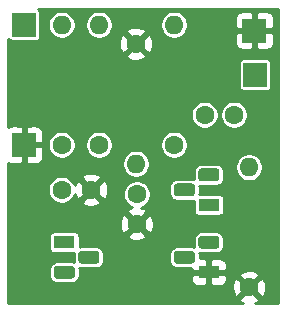
<source format=gbr>
G04 #@! TF.GenerationSoftware,KiCad,Pcbnew,(5.1.10)-1*
G04 #@! TF.CreationDate,2021-10-02T08:22:26-04:00*
G04 #@! TF.ProjectId,NoiseGen,4e6f6973-6547-4656-9e2e-6b696361645f,2*
G04 #@! TF.SameCoordinates,Original*
G04 #@! TF.FileFunction,Copper,L2,Bot*
G04 #@! TF.FilePolarity,Positive*
%FSLAX46Y46*%
G04 Gerber Fmt 4.6, Leading zero omitted, Abs format (unit mm)*
G04 Created by KiCad (PCBNEW (5.1.10)-1) date 2021-10-02 08:22:26*
%MOMM*%
%LPD*%
G01*
G04 APERTURE LIST*
G04 #@! TA.AperFunction,ComponentPad*
%ADD10R,2.000000X2.000000*%
G04 #@! TD*
G04 #@! TA.AperFunction,ComponentPad*
%ADD11C,1.600000*%
G04 #@! TD*
G04 #@! TA.AperFunction,ComponentPad*
%ADD12R,1.800000X1.100000*%
G04 #@! TD*
G04 #@! TA.AperFunction,ComponentPad*
%ADD13O,1.600000X1.600000*%
G04 #@! TD*
G04 #@! TA.AperFunction,ViaPad*
%ADD14C,0.889000*%
G04 #@! TD*
G04 #@! TA.AperFunction,Conductor*
%ADD15C,0.254000*%
G04 #@! TD*
G04 #@! TA.AperFunction,Conductor*
%ADD16C,0.150000*%
G04 #@! TD*
G04 APERTURE END LIST*
D10*
X46248000Y-35978800D03*
D11*
X29865000Y-45732400D03*
X32365000Y-45732400D03*
X36240400Y-48613400D03*
X36240400Y-46113400D03*
X44470000Y-39382400D03*
X41970000Y-39382400D03*
D12*
X42330000Y-52717400D03*
G04 #@! TA.AperFunction,ComponentPad*
G36*
G01*
X42955000Y-50727400D02*
X41705000Y-50727400D01*
G75*
G02*
X41430000Y-50452400I0J275000D01*
G01*
X41430000Y-49902400D01*
G75*
G02*
X41705000Y-49627400I275000J0D01*
G01*
X42955000Y-49627400D01*
G75*
G02*
X43230000Y-49902400I0J-275000D01*
G01*
X43230000Y-50452400D01*
G75*
G02*
X42955000Y-50727400I-275000J0D01*
G01*
G37*
G04 #@! TD.AperFunction*
G04 #@! TA.AperFunction,ComponentPad*
G36*
G01*
X40885000Y-51997400D02*
X39635000Y-51997400D01*
G75*
G02*
X39360000Y-51722400I0J275000D01*
G01*
X39360000Y-51172400D01*
G75*
G02*
X39635000Y-50897400I275000J0D01*
G01*
X40885000Y-50897400D01*
G75*
G02*
X41160000Y-51172400I0J-275000D01*
G01*
X41160000Y-51722400D01*
G75*
G02*
X40885000Y-51997400I-275000J0D01*
G01*
G37*
G04 #@! TD.AperFunction*
G04 #@! TA.AperFunction,ComponentPad*
G36*
G01*
X40885000Y-46282400D02*
X39635000Y-46282400D01*
G75*
G02*
X39360000Y-46007400I0J275000D01*
G01*
X39360000Y-45457400D01*
G75*
G02*
X39635000Y-45182400I275000J0D01*
G01*
X40885000Y-45182400D01*
G75*
G02*
X41160000Y-45457400I0J-275000D01*
G01*
X41160000Y-46007400D01*
G75*
G02*
X40885000Y-46282400I-275000J0D01*
G01*
G37*
G04 #@! TD.AperFunction*
G04 #@! TA.AperFunction,ComponentPad*
G36*
G01*
X42955000Y-45012400D02*
X41705000Y-45012400D01*
G75*
G02*
X41430000Y-44737400I0J275000D01*
G01*
X41430000Y-44187400D01*
G75*
G02*
X41705000Y-43912400I275000J0D01*
G01*
X42955000Y-43912400D01*
G75*
G02*
X43230000Y-44187400I0J-275000D01*
G01*
X43230000Y-44737400D01*
G75*
G02*
X42955000Y-45012400I-275000J0D01*
G01*
G37*
G04 #@! TD.AperFunction*
X42330000Y-47002400D03*
G04 #@! TA.AperFunction,ComponentPad*
G36*
G01*
X31545000Y-50897400D02*
X32795000Y-50897400D01*
G75*
G02*
X33070000Y-51172400I0J-275000D01*
G01*
X33070000Y-51722400D01*
G75*
G02*
X32795000Y-51997400I-275000J0D01*
G01*
X31545000Y-51997400D01*
G75*
G02*
X31270000Y-51722400I0J275000D01*
G01*
X31270000Y-51172400D01*
G75*
G02*
X31545000Y-50897400I275000J0D01*
G01*
G37*
G04 #@! TD.AperFunction*
G04 #@! TA.AperFunction,ComponentPad*
G36*
G01*
X29475000Y-52167400D02*
X30725000Y-52167400D01*
G75*
G02*
X31000000Y-52442400I0J-275000D01*
G01*
X31000000Y-52992400D01*
G75*
G02*
X30725000Y-53267400I-275000J0D01*
G01*
X29475000Y-53267400D01*
G75*
G02*
X29200000Y-52992400I0J275000D01*
G01*
X29200000Y-52442400D01*
G75*
G02*
X29475000Y-52167400I275000J0D01*
G01*
G37*
G04 #@! TD.AperFunction*
X30100000Y-50177400D03*
D13*
X29865000Y-31762400D03*
D11*
X29865000Y-41922400D03*
X33040000Y-41922400D03*
D13*
X33040000Y-31762400D03*
X36164200Y-43522600D03*
D11*
X36164200Y-33362600D03*
X39390000Y-41922400D03*
D13*
X39390000Y-31762400D03*
D11*
X45740000Y-53987400D03*
D13*
X45740000Y-43827400D03*
D10*
X26690000Y-31762400D03*
X26690000Y-41922400D03*
X46197200Y-32245000D03*
D14*
X26791600Y-53784200D03*
X26791600Y-48145400D03*
X26766200Y-38468000D03*
X29560200Y-34962800D03*
X33014600Y-34835800D03*
X32938400Y-39077600D03*
X43454000Y-34023000D03*
X41726800Y-37045600D03*
X39339200Y-34912000D03*
X39339200Y-38849000D03*
X45841600Y-46799200D03*
X45714600Y-50964800D03*
X33268600Y-53962000D03*
X39517000Y-54266800D03*
X33065400Y-48450200D03*
X36138800Y-35928000D03*
X36164200Y-40449200D03*
X26842400Y-50964800D03*
X28061600Y-44462400D03*
X29865000Y-38976000D03*
X41625200Y-34912000D03*
X47111600Y-39738000D03*
D15*
X48216501Y-55320900D02*
X46272691Y-55320900D01*
X46356292Y-55291003D01*
X46481514Y-55224071D01*
X46553097Y-54980102D01*
X45740000Y-54167005D01*
X44926903Y-54980102D01*
X44998486Y-55224071D01*
X45203124Y-55320900D01*
X25356500Y-55320900D01*
X25356500Y-54057912D01*
X44299783Y-54057912D01*
X44341213Y-54337530D01*
X44436397Y-54603692D01*
X44503329Y-54728914D01*
X44747298Y-54800497D01*
X45560395Y-53987400D01*
X45919605Y-53987400D01*
X46732702Y-54800497D01*
X46976671Y-54728914D01*
X47097571Y-54473404D01*
X47166300Y-54199216D01*
X47180217Y-53916888D01*
X47138787Y-53637270D01*
X47043603Y-53371108D01*
X46976671Y-53245886D01*
X46732702Y-53174303D01*
X45919605Y-53987400D01*
X45560395Y-53987400D01*
X44747298Y-53174303D01*
X44503329Y-53245886D01*
X44382429Y-53501396D01*
X44313700Y-53775584D01*
X44299783Y-54057912D01*
X25356500Y-54057912D01*
X25356500Y-49627400D01*
X28817157Y-49627400D01*
X28817157Y-50727400D01*
X28824513Y-50802089D01*
X28846299Y-50873908D01*
X28881678Y-50940096D01*
X28929289Y-50998111D01*
X28987304Y-51045722D01*
X29053492Y-51081101D01*
X29125311Y-51102887D01*
X29200000Y-51110243D01*
X30893279Y-51110243D01*
X30887157Y-51172400D01*
X30887157Y-51722400D01*
X30895792Y-51810075D01*
X30853339Y-51797197D01*
X30725000Y-51784557D01*
X29475000Y-51784557D01*
X29346661Y-51797197D01*
X29223254Y-51834632D01*
X29109522Y-51895424D01*
X29009835Y-51977235D01*
X28928024Y-52076922D01*
X28867232Y-52190654D01*
X28829797Y-52314061D01*
X28817157Y-52442400D01*
X28817157Y-52992400D01*
X28829797Y-53120739D01*
X28867232Y-53244146D01*
X28928024Y-53357878D01*
X29009835Y-53457565D01*
X29109522Y-53539376D01*
X29223254Y-53600168D01*
X29346661Y-53637603D01*
X29475000Y-53650243D01*
X30725000Y-53650243D01*
X30853339Y-53637603D01*
X30976746Y-53600168D01*
X31090478Y-53539376D01*
X31190165Y-53457565D01*
X31271976Y-53357878D01*
X31320338Y-53267400D01*
X40791928Y-53267400D01*
X40804188Y-53391882D01*
X40840498Y-53511580D01*
X40899463Y-53621894D01*
X40978815Y-53718585D01*
X41075506Y-53797937D01*
X41185820Y-53856902D01*
X41305518Y-53893212D01*
X41430000Y-53905472D01*
X42044250Y-53902400D01*
X42203000Y-53743650D01*
X42203000Y-52844400D01*
X42457000Y-52844400D01*
X42457000Y-53743650D01*
X42615750Y-53902400D01*
X43230000Y-53905472D01*
X43354482Y-53893212D01*
X43474180Y-53856902D01*
X43584494Y-53797937D01*
X43681185Y-53718585D01*
X43760537Y-53621894D01*
X43819502Y-53511580D01*
X43855812Y-53391882D01*
X43868072Y-53267400D01*
X43865000Y-53003150D01*
X43856548Y-52994698D01*
X44926903Y-52994698D01*
X45740000Y-53807795D01*
X46553097Y-52994698D01*
X46481514Y-52750729D01*
X46226004Y-52629829D01*
X45951816Y-52561100D01*
X45669488Y-52547183D01*
X45389870Y-52588613D01*
X45123708Y-52683797D01*
X44998486Y-52750729D01*
X44926903Y-52994698D01*
X43856548Y-52994698D01*
X43706250Y-52844400D01*
X42457000Y-52844400D01*
X42203000Y-52844400D01*
X40953750Y-52844400D01*
X40795000Y-53003150D01*
X40791928Y-53267400D01*
X31320338Y-53267400D01*
X31332768Y-53244146D01*
X31370203Y-53120739D01*
X31382843Y-52992400D01*
X31382843Y-52442400D01*
X31374208Y-52354725D01*
X31416661Y-52367603D01*
X31545000Y-52380243D01*
X32795000Y-52380243D01*
X32923339Y-52367603D01*
X33046746Y-52330168D01*
X33160478Y-52269376D01*
X33260165Y-52187565D01*
X33341976Y-52087878D01*
X33402768Y-51974146D01*
X33440203Y-51850739D01*
X33452843Y-51722400D01*
X33452843Y-51172400D01*
X38977157Y-51172400D01*
X38977157Y-51722400D01*
X38989797Y-51850739D01*
X39027232Y-51974146D01*
X39088024Y-52087878D01*
X39169835Y-52187565D01*
X39269522Y-52269376D01*
X39383254Y-52330168D01*
X39506661Y-52367603D01*
X39635000Y-52380243D01*
X40794402Y-52380243D01*
X40795000Y-52431650D01*
X40953750Y-52590400D01*
X42203000Y-52590400D01*
X42203000Y-51691150D01*
X42457000Y-51691150D01*
X42457000Y-52590400D01*
X43706250Y-52590400D01*
X43865000Y-52431650D01*
X43868072Y-52167400D01*
X43855812Y-52042918D01*
X43819502Y-51923220D01*
X43760537Y-51812906D01*
X43681185Y-51716215D01*
X43584494Y-51636863D01*
X43474180Y-51577898D01*
X43354482Y-51541588D01*
X43230000Y-51529328D01*
X42615750Y-51532400D01*
X42457000Y-51691150D01*
X42203000Y-51691150D01*
X42044250Y-51532400D01*
X41542843Y-51529892D01*
X41542843Y-51172400D01*
X41534208Y-51084725D01*
X41576661Y-51097603D01*
X41705000Y-51110243D01*
X42955000Y-51110243D01*
X43083339Y-51097603D01*
X43206746Y-51060168D01*
X43320478Y-50999376D01*
X43420165Y-50917565D01*
X43501976Y-50817878D01*
X43562768Y-50704146D01*
X43600203Y-50580739D01*
X43612843Y-50452400D01*
X43612843Y-49902400D01*
X43600203Y-49774061D01*
X43562768Y-49650654D01*
X43501976Y-49536922D01*
X43420165Y-49437235D01*
X43320478Y-49355424D01*
X43206746Y-49294632D01*
X43083339Y-49257197D01*
X42955000Y-49244557D01*
X41705000Y-49244557D01*
X41576661Y-49257197D01*
X41453254Y-49294632D01*
X41339522Y-49355424D01*
X41239835Y-49437235D01*
X41158024Y-49536922D01*
X41097232Y-49650654D01*
X41059797Y-49774061D01*
X41047157Y-49902400D01*
X41047157Y-50452400D01*
X41055792Y-50540075D01*
X41013339Y-50527197D01*
X40885000Y-50514557D01*
X39635000Y-50514557D01*
X39506661Y-50527197D01*
X39383254Y-50564632D01*
X39269522Y-50625424D01*
X39169835Y-50707235D01*
X39088024Y-50806922D01*
X39027232Y-50920654D01*
X38989797Y-51044061D01*
X38977157Y-51172400D01*
X33452843Y-51172400D01*
X33440203Y-51044061D01*
X33402768Y-50920654D01*
X33341976Y-50806922D01*
X33260165Y-50707235D01*
X33160478Y-50625424D01*
X33046746Y-50564632D01*
X32923339Y-50527197D01*
X32795000Y-50514557D01*
X31545000Y-50514557D01*
X31416661Y-50527197D01*
X31382843Y-50537456D01*
X31382843Y-49627400D01*
X31380746Y-49606102D01*
X35427303Y-49606102D01*
X35498886Y-49850071D01*
X35754396Y-49970971D01*
X36028584Y-50039700D01*
X36310912Y-50053617D01*
X36590530Y-50012187D01*
X36856692Y-49917003D01*
X36981914Y-49850071D01*
X37053497Y-49606102D01*
X36240400Y-48793005D01*
X35427303Y-49606102D01*
X31380746Y-49606102D01*
X31375487Y-49552711D01*
X31353701Y-49480892D01*
X31318322Y-49414704D01*
X31270711Y-49356689D01*
X31212696Y-49309078D01*
X31146508Y-49273699D01*
X31074689Y-49251913D01*
X31000000Y-49244557D01*
X29200000Y-49244557D01*
X29125311Y-49251913D01*
X29053492Y-49273699D01*
X28987304Y-49309078D01*
X28929289Y-49356689D01*
X28881678Y-49414704D01*
X28846299Y-49480892D01*
X28824513Y-49552711D01*
X28817157Y-49627400D01*
X25356500Y-49627400D01*
X25356500Y-48683912D01*
X34800183Y-48683912D01*
X34841613Y-48963530D01*
X34936797Y-49229692D01*
X35003729Y-49354914D01*
X35247698Y-49426497D01*
X36060795Y-48613400D01*
X36420005Y-48613400D01*
X37233102Y-49426497D01*
X37477071Y-49354914D01*
X37597971Y-49099404D01*
X37666700Y-48825216D01*
X37680617Y-48542888D01*
X37639187Y-48263270D01*
X37544003Y-47997108D01*
X37477071Y-47871886D01*
X37233102Y-47800303D01*
X36420005Y-48613400D01*
X36060795Y-48613400D01*
X35247698Y-47800303D01*
X35003729Y-47871886D01*
X34882829Y-48127396D01*
X34814100Y-48401584D01*
X34800183Y-48683912D01*
X25356500Y-48683912D01*
X25356500Y-45616082D01*
X28684000Y-45616082D01*
X28684000Y-45848718D01*
X28729386Y-46076885D01*
X28818412Y-46291813D01*
X28947658Y-46485243D01*
X29112157Y-46649742D01*
X29305587Y-46778988D01*
X29520515Y-46868014D01*
X29748682Y-46913400D01*
X29981318Y-46913400D01*
X30209485Y-46868014D01*
X30424413Y-46778988D01*
X30505058Y-46725102D01*
X31551903Y-46725102D01*
X31623486Y-46969071D01*
X31878996Y-47089971D01*
X32153184Y-47158700D01*
X32435512Y-47172617D01*
X32715130Y-47131187D01*
X32981292Y-47036003D01*
X33106514Y-46969071D01*
X33178097Y-46725102D01*
X32365000Y-45912005D01*
X31551903Y-46725102D01*
X30505058Y-46725102D01*
X30617843Y-46649742D01*
X30782342Y-46485243D01*
X30911588Y-46291813D01*
X30981069Y-46124071D01*
X31061397Y-46348692D01*
X31128329Y-46473914D01*
X31372298Y-46545497D01*
X32185395Y-45732400D01*
X32544605Y-45732400D01*
X33357702Y-46545497D01*
X33601671Y-46473914D01*
X33722571Y-46218404D01*
X33778048Y-45997082D01*
X35059400Y-45997082D01*
X35059400Y-46229718D01*
X35104786Y-46457885D01*
X35193812Y-46672813D01*
X35323058Y-46866243D01*
X35487557Y-47030742D01*
X35680987Y-47159988D01*
X35848729Y-47229469D01*
X35624108Y-47309797D01*
X35498886Y-47376729D01*
X35427303Y-47620698D01*
X36240400Y-48433795D01*
X37053497Y-47620698D01*
X36981914Y-47376729D01*
X36726404Y-47255829D01*
X36627989Y-47231160D01*
X36799813Y-47159988D01*
X36993243Y-47030742D01*
X37157742Y-46866243D01*
X37286988Y-46672813D01*
X37376014Y-46457885D01*
X37421400Y-46229718D01*
X37421400Y-45997082D01*
X37376014Y-45768915D01*
X37286988Y-45553987D01*
X37222451Y-45457400D01*
X38977157Y-45457400D01*
X38977157Y-46007400D01*
X38989797Y-46135739D01*
X39027232Y-46259146D01*
X39088024Y-46372878D01*
X39169835Y-46472565D01*
X39269522Y-46554376D01*
X39383254Y-46615168D01*
X39506661Y-46652603D01*
X39635000Y-46665243D01*
X40885000Y-46665243D01*
X41013339Y-46652603D01*
X41047157Y-46642344D01*
X41047157Y-47552400D01*
X41054513Y-47627089D01*
X41076299Y-47698908D01*
X41111678Y-47765096D01*
X41159289Y-47823111D01*
X41217304Y-47870722D01*
X41283492Y-47906101D01*
X41355311Y-47927887D01*
X41430000Y-47935243D01*
X43230000Y-47935243D01*
X43304689Y-47927887D01*
X43376508Y-47906101D01*
X43442696Y-47870722D01*
X43500711Y-47823111D01*
X43548322Y-47765096D01*
X43583701Y-47698908D01*
X43605487Y-47627089D01*
X43612843Y-47552400D01*
X43612843Y-46452400D01*
X43605487Y-46377711D01*
X43583701Y-46305892D01*
X43548322Y-46239704D01*
X43500711Y-46181689D01*
X43442696Y-46134078D01*
X43376508Y-46098699D01*
X43304689Y-46076913D01*
X43230000Y-46069557D01*
X41536721Y-46069557D01*
X41542843Y-46007400D01*
X41542843Y-45457400D01*
X41534208Y-45369725D01*
X41576661Y-45382603D01*
X41705000Y-45395243D01*
X42955000Y-45395243D01*
X43083339Y-45382603D01*
X43206746Y-45345168D01*
X43320478Y-45284376D01*
X43420165Y-45202565D01*
X43501976Y-45102878D01*
X43562768Y-44989146D01*
X43600203Y-44865739D01*
X43612843Y-44737400D01*
X43612843Y-44187400D01*
X43600203Y-44059061D01*
X43562768Y-43935654D01*
X43501976Y-43821922D01*
X43420165Y-43722235D01*
X43406576Y-43711082D01*
X44559000Y-43711082D01*
X44559000Y-43943718D01*
X44604386Y-44171885D01*
X44693412Y-44386813D01*
X44822658Y-44580243D01*
X44987157Y-44744742D01*
X45180587Y-44873988D01*
X45395515Y-44963014D01*
X45623682Y-45008400D01*
X45856318Y-45008400D01*
X46084485Y-44963014D01*
X46299413Y-44873988D01*
X46492843Y-44744742D01*
X46657342Y-44580243D01*
X46786588Y-44386813D01*
X46875614Y-44171885D01*
X46921000Y-43943718D01*
X46921000Y-43711082D01*
X46875614Y-43482915D01*
X46786588Y-43267987D01*
X46657342Y-43074557D01*
X46492843Y-42910058D01*
X46299413Y-42780812D01*
X46084485Y-42691786D01*
X45856318Y-42646400D01*
X45623682Y-42646400D01*
X45395515Y-42691786D01*
X45180587Y-42780812D01*
X44987157Y-42910058D01*
X44822658Y-43074557D01*
X44693412Y-43267987D01*
X44604386Y-43482915D01*
X44559000Y-43711082D01*
X43406576Y-43711082D01*
X43320478Y-43640424D01*
X43206746Y-43579632D01*
X43083339Y-43542197D01*
X42955000Y-43529557D01*
X41705000Y-43529557D01*
X41576661Y-43542197D01*
X41453254Y-43579632D01*
X41339522Y-43640424D01*
X41239835Y-43722235D01*
X41158024Y-43821922D01*
X41097232Y-43935654D01*
X41059797Y-44059061D01*
X41047157Y-44187400D01*
X41047157Y-44737400D01*
X41055792Y-44825075D01*
X41013339Y-44812197D01*
X40885000Y-44799557D01*
X39635000Y-44799557D01*
X39506661Y-44812197D01*
X39383254Y-44849632D01*
X39269522Y-44910424D01*
X39169835Y-44992235D01*
X39088024Y-45091922D01*
X39027232Y-45205654D01*
X38989797Y-45329061D01*
X38977157Y-45457400D01*
X37222451Y-45457400D01*
X37157742Y-45360557D01*
X36993243Y-45196058D01*
X36799813Y-45066812D01*
X36584885Y-44977786D01*
X36356718Y-44932400D01*
X36124082Y-44932400D01*
X35895915Y-44977786D01*
X35680987Y-45066812D01*
X35487557Y-45196058D01*
X35323058Y-45360557D01*
X35193812Y-45553987D01*
X35104786Y-45768915D01*
X35059400Y-45997082D01*
X33778048Y-45997082D01*
X33791300Y-45944216D01*
X33805217Y-45661888D01*
X33763787Y-45382270D01*
X33668603Y-45116108D01*
X33601671Y-44990886D01*
X33357702Y-44919303D01*
X32544605Y-45732400D01*
X32185395Y-45732400D01*
X31372298Y-44919303D01*
X31128329Y-44990886D01*
X31007429Y-45246396D01*
X30982760Y-45344811D01*
X30911588Y-45172987D01*
X30782342Y-44979557D01*
X30617843Y-44815058D01*
X30505059Y-44739698D01*
X31551903Y-44739698D01*
X32365000Y-45552795D01*
X33178097Y-44739698D01*
X33106514Y-44495729D01*
X32851004Y-44374829D01*
X32576816Y-44306100D01*
X32294488Y-44292183D01*
X32014870Y-44333613D01*
X31748708Y-44428797D01*
X31623486Y-44495729D01*
X31551903Y-44739698D01*
X30505059Y-44739698D01*
X30424413Y-44685812D01*
X30209485Y-44596786D01*
X29981318Y-44551400D01*
X29748682Y-44551400D01*
X29520515Y-44596786D01*
X29305587Y-44685812D01*
X29112157Y-44815058D01*
X28947658Y-44979557D01*
X28818412Y-45172987D01*
X28729386Y-45387915D01*
X28684000Y-45616082D01*
X25356500Y-45616082D01*
X25356500Y-43464159D01*
X25445820Y-43511902D01*
X25565518Y-43548212D01*
X25690000Y-43560472D01*
X26404250Y-43557400D01*
X26563000Y-43398650D01*
X26563000Y-42049400D01*
X26817000Y-42049400D01*
X26817000Y-43398650D01*
X26975750Y-43557400D01*
X27690000Y-43560472D01*
X27814482Y-43548212D01*
X27934180Y-43511902D01*
X28044494Y-43452937D01*
X28101343Y-43406282D01*
X34983200Y-43406282D01*
X34983200Y-43638918D01*
X35028586Y-43867085D01*
X35117612Y-44082013D01*
X35246858Y-44275443D01*
X35411357Y-44439942D01*
X35604787Y-44569188D01*
X35819715Y-44658214D01*
X36047882Y-44703600D01*
X36280518Y-44703600D01*
X36508685Y-44658214D01*
X36723613Y-44569188D01*
X36917043Y-44439942D01*
X37081542Y-44275443D01*
X37210788Y-44082013D01*
X37299814Y-43867085D01*
X37345200Y-43638918D01*
X37345200Y-43406282D01*
X37299814Y-43178115D01*
X37210788Y-42963187D01*
X37081542Y-42769757D01*
X36917043Y-42605258D01*
X36723613Y-42476012D01*
X36508685Y-42386986D01*
X36280518Y-42341600D01*
X36047882Y-42341600D01*
X35819715Y-42386986D01*
X35604787Y-42476012D01*
X35411357Y-42605258D01*
X35246858Y-42769757D01*
X35117612Y-42963187D01*
X35028586Y-43178115D01*
X34983200Y-43406282D01*
X28101343Y-43406282D01*
X28141185Y-43373585D01*
X28220537Y-43276894D01*
X28279502Y-43166580D01*
X28315812Y-43046882D01*
X28328072Y-42922400D01*
X28325000Y-42208150D01*
X28166250Y-42049400D01*
X26817000Y-42049400D01*
X26563000Y-42049400D01*
X26543000Y-42049400D01*
X26543000Y-41806082D01*
X28684000Y-41806082D01*
X28684000Y-42038718D01*
X28729386Y-42266885D01*
X28818412Y-42481813D01*
X28947658Y-42675243D01*
X29112157Y-42839742D01*
X29305587Y-42968988D01*
X29520515Y-43058014D01*
X29748682Y-43103400D01*
X29981318Y-43103400D01*
X30209485Y-43058014D01*
X30424413Y-42968988D01*
X30617843Y-42839742D01*
X30782342Y-42675243D01*
X30911588Y-42481813D01*
X31000614Y-42266885D01*
X31046000Y-42038718D01*
X31046000Y-41806082D01*
X31859000Y-41806082D01*
X31859000Y-42038718D01*
X31904386Y-42266885D01*
X31993412Y-42481813D01*
X32122658Y-42675243D01*
X32287157Y-42839742D01*
X32480587Y-42968988D01*
X32695515Y-43058014D01*
X32923682Y-43103400D01*
X33156318Y-43103400D01*
X33384485Y-43058014D01*
X33599413Y-42968988D01*
X33792843Y-42839742D01*
X33957342Y-42675243D01*
X34086588Y-42481813D01*
X34175614Y-42266885D01*
X34221000Y-42038718D01*
X34221000Y-41806082D01*
X38209000Y-41806082D01*
X38209000Y-42038718D01*
X38254386Y-42266885D01*
X38343412Y-42481813D01*
X38472658Y-42675243D01*
X38637157Y-42839742D01*
X38830587Y-42968988D01*
X39045515Y-43058014D01*
X39273682Y-43103400D01*
X39506318Y-43103400D01*
X39734485Y-43058014D01*
X39949413Y-42968988D01*
X40142843Y-42839742D01*
X40307342Y-42675243D01*
X40436588Y-42481813D01*
X40525614Y-42266885D01*
X40571000Y-42038718D01*
X40571000Y-41806082D01*
X40525614Y-41577915D01*
X40436588Y-41362987D01*
X40307342Y-41169557D01*
X40142843Y-41005058D01*
X39949413Y-40875812D01*
X39734485Y-40786786D01*
X39506318Y-40741400D01*
X39273682Y-40741400D01*
X39045515Y-40786786D01*
X38830587Y-40875812D01*
X38637157Y-41005058D01*
X38472658Y-41169557D01*
X38343412Y-41362987D01*
X38254386Y-41577915D01*
X38209000Y-41806082D01*
X34221000Y-41806082D01*
X34175614Y-41577915D01*
X34086588Y-41362987D01*
X33957342Y-41169557D01*
X33792843Y-41005058D01*
X33599413Y-40875812D01*
X33384485Y-40786786D01*
X33156318Y-40741400D01*
X32923682Y-40741400D01*
X32695515Y-40786786D01*
X32480587Y-40875812D01*
X32287157Y-41005058D01*
X32122658Y-41169557D01*
X31993412Y-41362987D01*
X31904386Y-41577915D01*
X31859000Y-41806082D01*
X31046000Y-41806082D01*
X31000614Y-41577915D01*
X30911588Y-41362987D01*
X30782342Y-41169557D01*
X30617843Y-41005058D01*
X30424413Y-40875812D01*
X30209485Y-40786786D01*
X29981318Y-40741400D01*
X29748682Y-40741400D01*
X29520515Y-40786786D01*
X29305587Y-40875812D01*
X29112157Y-41005058D01*
X28947658Y-41169557D01*
X28818412Y-41362987D01*
X28729386Y-41577915D01*
X28684000Y-41806082D01*
X26543000Y-41806082D01*
X26543000Y-41795400D01*
X26563000Y-41795400D01*
X26563000Y-40446150D01*
X26817000Y-40446150D01*
X26817000Y-41795400D01*
X28166250Y-41795400D01*
X28325000Y-41636650D01*
X28328072Y-40922400D01*
X28315812Y-40797918D01*
X28279502Y-40678220D01*
X28220537Y-40567906D01*
X28141185Y-40471215D01*
X28044494Y-40391863D01*
X27934180Y-40332898D01*
X27814482Y-40296588D01*
X27690000Y-40284328D01*
X26975750Y-40287400D01*
X26817000Y-40446150D01*
X26563000Y-40446150D01*
X26404250Y-40287400D01*
X25690000Y-40284328D01*
X25565518Y-40296588D01*
X25445820Y-40332898D01*
X25356500Y-40380641D01*
X25356500Y-39266082D01*
X40789000Y-39266082D01*
X40789000Y-39498718D01*
X40834386Y-39726885D01*
X40923412Y-39941813D01*
X41052658Y-40135243D01*
X41217157Y-40299742D01*
X41410587Y-40428988D01*
X41625515Y-40518014D01*
X41853682Y-40563400D01*
X42086318Y-40563400D01*
X42314485Y-40518014D01*
X42529413Y-40428988D01*
X42722843Y-40299742D01*
X42887342Y-40135243D01*
X43016588Y-39941813D01*
X43105614Y-39726885D01*
X43151000Y-39498718D01*
X43151000Y-39266082D01*
X43289000Y-39266082D01*
X43289000Y-39498718D01*
X43334386Y-39726885D01*
X43423412Y-39941813D01*
X43552658Y-40135243D01*
X43717157Y-40299742D01*
X43910587Y-40428988D01*
X44125515Y-40518014D01*
X44353682Y-40563400D01*
X44586318Y-40563400D01*
X44814485Y-40518014D01*
X45029413Y-40428988D01*
X45222843Y-40299742D01*
X45387342Y-40135243D01*
X45516588Y-39941813D01*
X45605614Y-39726885D01*
X45651000Y-39498718D01*
X45651000Y-39266082D01*
X45605614Y-39037915D01*
X45516588Y-38822987D01*
X45387342Y-38629557D01*
X45222843Y-38465058D01*
X45029413Y-38335812D01*
X44814485Y-38246786D01*
X44586318Y-38201400D01*
X44353682Y-38201400D01*
X44125515Y-38246786D01*
X43910587Y-38335812D01*
X43717157Y-38465058D01*
X43552658Y-38629557D01*
X43423412Y-38822987D01*
X43334386Y-39037915D01*
X43289000Y-39266082D01*
X43151000Y-39266082D01*
X43105614Y-39037915D01*
X43016588Y-38822987D01*
X42887342Y-38629557D01*
X42722843Y-38465058D01*
X42529413Y-38335812D01*
X42314485Y-38246786D01*
X42086318Y-38201400D01*
X41853682Y-38201400D01*
X41625515Y-38246786D01*
X41410587Y-38335812D01*
X41217157Y-38465058D01*
X41052658Y-38629557D01*
X40923412Y-38822987D01*
X40834386Y-39037915D01*
X40789000Y-39266082D01*
X25356500Y-39266082D01*
X25356500Y-34978800D01*
X44865157Y-34978800D01*
X44865157Y-36978800D01*
X44872513Y-37053489D01*
X44894299Y-37125308D01*
X44929678Y-37191496D01*
X44977289Y-37249511D01*
X45035304Y-37297122D01*
X45101492Y-37332501D01*
X45173311Y-37354287D01*
X45248000Y-37361643D01*
X47248000Y-37361643D01*
X47322689Y-37354287D01*
X47394508Y-37332501D01*
X47460696Y-37297122D01*
X47518711Y-37249511D01*
X47566322Y-37191496D01*
X47601701Y-37125308D01*
X47623487Y-37053489D01*
X47630843Y-36978800D01*
X47630843Y-34978800D01*
X47623487Y-34904111D01*
X47601701Y-34832292D01*
X47566322Y-34766104D01*
X47518711Y-34708089D01*
X47460696Y-34660478D01*
X47394508Y-34625099D01*
X47322689Y-34603313D01*
X47248000Y-34595957D01*
X45248000Y-34595957D01*
X45173311Y-34603313D01*
X45101492Y-34625099D01*
X45035304Y-34660478D01*
X44977289Y-34708089D01*
X44929678Y-34766104D01*
X44894299Y-34832292D01*
X44872513Y-34904111D01*
X44865157Y-34978800D01*
X25356500Y-34978800D01*
X25356500Y-34355302D01*
X35351103Y-34355302D01*
X35422686Y-34599271D01*
X35678196Y-34720171D01*
X35952384Y-34788900D01*
X36234712Y-34802817D01*
X36514330Y-34761387D01*
X36780492Y-34666203D01*
X36905714Y-34599271D01*
X36977297Y-34355302D01*
X36164200Y-33542205D01*
X35351103Y-34355302D01*
X25356500Y-34355302D01*
X25356500Y-33433112D01*
X34723983Y-33433112D01*
X34765413Y-33712730D01*
X34860597Y-33978892D01*
X34927529Y-34104114D01*
X35171498Y-34175697D01*
X35984595Y-33362600D01*
X36343805Y-33362600D01*
X37156902Y-34175697D01*
X37400871Y-34104114D01*
X37521771Y-33848604D01*
X37590500Y-33574416D01*
X37604417Y-33292088D01*
X37597441Y-33245000D01*
X44559128Y-33245000D01*
X44571388Y-33369482D01*
X44607698Y-33489180D01*
X44666663Y-33599494D01*
X44746015Y-33696185D01*
X44842706Y-33775537D01*
X44953020Y-33834502D01*
X45072718Y-33870812D01*
X45197200Y-33883072D01*
X45911450Y-33880000D01*
X46070200Y-33721250D01*
X46070200Y-32372000D01*
X46324200Y-32372000D01*
X46324200Y-33721250D01*
X46482950Y-33880000D01*
X47197200Y-33883072D01*
X47321682Y-33870812D01*
X47441380Y-33834502D01*
X47551694Y-33775537D01*
X47648385Y-33696185D01*
X47727737Y-33599494D01*
X47786702Y-33489180D01*
X47823012Y-33369482D01*
X47835272Y-33245000D01*
X47832200Y-32530750D01*
X47673450Y-32372000D01*
X46324200Y-32372000D01*
X46070200Y-32372000D01*
X44720950Y-32372000D01*
X44562200Y-32530750D01*
X44559128Y-33245000D01*
X37597441Y-33245000D01*
X37562987Y-33012470D01*
X37467803Y-32746308D01*
X37400871Y-32621086D01*
X37156902Y-32549503D01*
X36343805Y-33362600D01*
X35984595Y-33362600D01*
X35171498Y-32549503D01*
X34927529Y-32621086D01*
X34806629Y-32876596D01*
X34737900Y-33150784D01*
X34723983Y-33433112D01*
X25356500Y-33433112D01*
X25356500Y-32946701D01*
X25371678Y-32975096D01*
X25419289Y-33033111D01*
X25477304Y-33080722D01*
X25543492Y-33116101D01*
X25615311Y-33137887D01*
X25690000Y-33145243D01*
X27690000Y-33145243D01*
X27764689Y-33137887D01*
X27836508Y-33116101D01*
X27902696Y-33080722D01*
X27960711Y-33033111D01*
X28008322Y-32975096D01*
X28043701Y-32908908D01*
X28065487Y-32837089D01*
X28072843Y-32762400D01*
X28072843Y-31646082D01*
X28684000Y-31646082D01*
X28684000Y-31878718D01*
X28729386Y-32106885D01*
X28818412Y-32321813D01*
X28947658Y-32515243D01*
X29112157Y-32679742D01*
X29305587Y-32808988D01*
X29520515Y-32898014D01*
X29748682Y-32943400D01*
X29981318Y-32943400D01*
X30209485Y-32898014D01*
X30424413Y-32808988D01*
X30617843Y-32679742D01*
X30782342Y-32515243D01*
X30911588Y-32321813D01*
X31000614Y-32106885D01*
X31046000Y-31878718D01*
X31046000Y-31646082D01*
X31859000Y-31646082D01*
X31859000Y-31878718D01*
X31904386Y-32106885D01*
X31993412Y-32321813D01*
X32122658Y-32515243D01*
X32287157Y-32679742D01*
X32480587Y-32808988D01*
X32695515Y-32898014D01*
X32923682Y-32943400D01*
X33156318Y-32943400D01*
X33384485Y-32898014D01*
X33599413Y-32808988D01*
X33792843Y-32679742D01*
X33957342Y-32515243D01*
X34054458Y-32369898D01*
X35351103Y-32369898D01*
X36164200Y-33182995D01*
X36977297Y-32369898D01*
X36905714Y-32125929D01*
X36650204Y-32005029D01*
X36376016Y-31936300D01*
X36093688Y-31922383D01*
X35814070Y-31963813D01*
X35547908Y-32058997D01*
X35422686Y-32125929D01*
X35351103Y-32369898D01*
X34054458Y-32369898D01*
X34086588Y-32321813D01*
X34175614Y-32106885D01*
X34221000Y-31878718D01*
X34221000Y-31646082D01*
X38209000Y-31646082D01*
X38209000Y-31878718D01*
X38254386Y-32106885D01*
X38343412Y-32321813D01*
X38472658Y-32515243D01*
X38637157Y-32679742D01*
X38830587Y-32808988D01*
X39045515Y-32898014D01*
X39273682Y-32943400D01*
X39506318Y-32943400D01*
X39734485Y-32898014D01*
X39949413Y-32808988D01*
X40142843Y-32679742D01*
X40307342Y-32515243D01*
X40436588Y-32321813D01*
X40525614Y-32106885D01*
X40571000Y-31878718D01*
X40571000Y-31646082D01*
X40525614Y-31417915D01*
X40453991Y-31245000D01*
X44559128Y-31245000D01*
X44562200Y-31959250D01*
X44720950Y-32118000D01*
X46070200Y-32118000D01*
X46070200Y-30768750D01*
X46324200Y-30768750D01*
X46324200Y-32118000D01*
X47673450Y-32118000D01*
X47832200Y-31959250D01*
X47835272Y-31245000D01*
X47823012Y-31120518D01*
X47786702Y-31000820D01*
X47727737Y-30890506D01*
X47648385Y-30793815D01*
X47551694Y-30714463D01*
X47441380Y-30655498D01*
X47321682Y-30619188D01*
X47197200Y-30606928D01*
X46482950Y-30610000D01*
X46324200Y-30768750D01*
X46070200Y-30768750D01*
X45911450Y-30610000D01*
X45197200Y-30606928D01*
X45072718Y-30619188D01*
X44953020Y-30655498D01*
X44842706Y-30714463D01*
X44746015Y-30793815D01*
X44666663Y-30890506D01*
X44607698Y-31000820D01*
X44571388Y-31120518D01*
X44559128Y-31245000D01*
X40453991Y-31245000D01*
X40436588Y-31202987D01*
X40307342Y-31009557D01*
X40142843Y-30845058D01*
X39949413Y-30715812D01*
X39734485Y-30626786D01*
X39506318Y-30581400D01*
X39273682Y-30581400D01*
X39045515Y-30626786D01*
X38830587Y-30715812D01*
X38637157Y-30845058D01*
X38472658Y-31009557D01*
X38343412Y-31202987D01*
X38254386Y-31417915D01*
X38209000Y-31646082D01*
X34221000Y-31646082D01*
X34175614Y-31417915D01*
X34086588Y-31202987D01*
X33957342Y-31009557D01*
X33792843Y-30845058D01*
X33599413Y-30715812D01*
X33384485Y-30626786D01*
X33156318Y-30581400D01*
X32923682Y-30581400D01*
X32695515Y-30626786D01*
X32480587Y-30715812D01*
X32287157Y-30845058D01*
X32122658Y-31009557D01*
X31993412Y-31202987D01*
X31904386Y-31417915D01*
X31859000Y-31646082D01*
X31046000Y-31646082D01*
X31000614Y-31417915D01*
X30911588Y-31202987D01*
X30782342Y-31009557D01*
X30617843Y-30845058D01*
X30424413Y-30715812D01*
X30209485Y-30626786D01*
X29981318Y-30581400D01*
X29748682Y-30581400D01*
X29520515Y-30626786D01*
X29305587Y-30715812D01*
X29112157Y-30845058D01*
X28947658Y-31009557D01*
X28818412Y-31202987D01*
X28729386Y-31417915D01*
X28684000Y-31646082D01*
X28072843Y-31646082D01*
X28072843Y-30762400D01*
X28065487Y-30687711D01*
X28043701Y-30615892D01*
X28008322Y-30549704D01*
X27960711Y-30491689D01*
X27902696Y-30444078D01*
X27874301Y-30428900D01*
X48216500Y-30428900D01*
X48216501Y-55320900D01*
G04 #@! TA.AperFunction,Conductor*
D16*
G36*
X48216501Y-55320900D02*
G01*
X46272691Y-55320900D01*
X46356292Y-55291003D01*
X46481514Y-55224071D01*
X46553097Y-54980102D01*
X45740000Y-54167005D01*
X44926903Y-54980102D01*
X44998486Y-55224071D01*
X45203124Y-55320900D01*
X25356500Y-55320900D01*
X25356500Y-54057912D01*
X44299783Y-54057912D01*
X44341213Y-54337530D01*
X44436397Y-54603692D01*
X44503329Y-54728914D01*
X44747298Y-54800497D01*
X45560395Y-53987400D01*
X45919605Y-53987400D01*
X46732702Y-54800497D01*
X46976671Y-54728914D01*
X47097571Y-54473404D01*
X47166300Y-54199216D01*
X47180217Y-53916888D01*
X47138787Y-53637270D01*
X47043603Y-53371108D01*
X46976671Y-53245886D01*
X46732702Y-53174303D01*
X45919605Y-53987400D01*
X45560395Y-53987400D01*
X44747298Y-53174303D01*
X44503329Y-53245886D01*
X44382429Y-53501396D01*
X44313700Y-53775584D01*
X44299783Y-54057912D01*
X25356500Y-54057912D01*
X25356500Y-49627400D01*
X28817157Y-49627400D01*
X28817157Y-50727400D01*
X28824513Y-50802089D01*
X28846299Y-50873908D01*
X28881678Y-50940096D01*
X28929289Y-50998111D01*
X28987304Y-51045722D01*
X29053492Y-51081101D01*
X29125311Y-51102887D01*
X29200000Y-51110243D01*
X30893279Y-51110243D01*
X30887157Y-51172400D01*
X30887157Y-51722400D01*
X30895792Y-51810075D01*
X30853339Y-51797197D01*
X30725000Y-51784557D01*
X29475000Y-51784557D01*
X29346661Y-51797197D01*
X29223254Y-51834632D01*
X29109522Y-51895424D01*
X29009835Y-51977235D01*
X28928024Y-52076922D01*
X28867232Y-52190654D01*
X28829797Y-52314061D01*
X28817157Y-52442400D01*
X28817157Y-52992400D01*
X28829797Y-53120739D01*
X28867232Y-53244146D01*
X28928024Y-53357878D01*
X29009835Y-53457565D01*
X29109522Y-53539376D01*
X29223254Y-53600168D01*
X29346661Y-53637603D01*
X29475000Y-53650243D01*
X30725000Y-53650243D01*
X30853339Y-53637603D01*
X30976746Y-53600168D01*
X31090478Y-53539376D01*
X31190165Y-53457565D01*
X31271976Y-53357878D01*
X31320338Y-53267400D01*
X40791928Y-53267400D01*
X40804188Y-53391882D01*
X40840498Y-53511580D01*
X40899463Y-53621894D01*
X40978815Y-53718585D01*
X41075506Y-53797937D01*
X41185820Y-53856902D01*
X41305518Y-53893212D01*
X41430000Y-53905472D01*
X42044250Y-53902400D01*
X42203000Y-53743650D01*
X42203000Y-52844400D01*
X42457000Y-52844400D01*
X42457000Y-53743650D01*
X42615750Y-53902400D01*
X43230000Y-53905472D01*
X43354482Y-53893212D01*
X43474180Y-53856902D01*
X43584494Y-53797937D01*
X43681185Y-53718585D01*
X43760537Y-53621894D01*
X43819502Y-53511580D01*
X43855812Y-53391882D01*
X43868072Y-53267400D01*
X43865000Y-53003150D01*
X43856548Y-52994698D01*
X44926903Y-52994698D01*
X45740000Y-53807795D01*
X46553097Y-52994698D01*
X46481514Y-52750729D01*
X46226004Y-52629829D01*
X45951816Y-52561100D01*
X45669488Y-52547183D01*
X45389870Y-52588613D01*
X45123708Y-52683797D01*
X44998486Y-52750729D01*
X44926903Y-52994698D01*
X43856548Y-52994698D01*
X43706250Y-52844400D01*
X42457000Y-52844400D01*
X42203000Y-52844400D01*
X40953750Y-52844400D01*
X40795000Y-53003150D01*
X40791928Y-53267400D01*
X31320338Y-53267400D01*
X31332768Y-53244146D01*
X31370203Y-53120739D01*
X31382843Y-52992400D01*
X31382843Y-52442400D01*
X31374208Y-52354725D01*
X31416661Y-52367603D01*
X31545000Y-52380243D01*
X32795000Y-52380243D01*
X32923339Y-52367603D01*
X33046746Y-52330168D01*
X33160478Y-52269376D01*
X33260165Y-52187565D01*
X33341976Y-52087878D01*
X33402768Y-51974146D01*
X33440203Y-51850739D01*
X33452843Y-51722400D01*
X33452843Y-51172400D01*
X38977157Y-51172400D01*
X38977157Y-51722400D01*
X38989797Y-51850739D01*
X39027232Y-51974146D01*
X39088024Y-52087878D01*
X39169835Y-52187565D01*
X39269522Y-52269376D01*
X39383254Y-52330168D01*
X39506661Y-52367603D01*
X39635000Y-52380243D01*
X40794402Y-52380243D01*
X40795000Y-52431650D01*
X40953750Y-52590400D01*
X42203000Y-52590400D01*
X42203000Y-51691150D01*
X42457000Y-51691150D01*
X42457000Y-52590400D01*
X43706250Y-52590400D01*
X43865000Y-52431650D01*
X43868072Y-52167400D01*
X43855812Y-52042918D01*
X43819502Y-51923220D01*
X43760537Y-51812906D01*
X43681185Y-51716215D01*
X43584494Y-51636863D01*
X43474180Y-51577898D01*
X43354482Y-51541588D01*
X43230000Y-51529328D01*
X42615750Y-51532400D01*
X42457000Y-51691150D01*
X42203000Y-51691150D01*
X42044250Y-51532400D01*
X41542843Y-51529892D01*
X41542843Y-51172400D01*
X41534208Y-51084725D01*
X41576661Y-51097603D01*
X41705000Y-51110243D01*
X42955000Y-51110243D01*
X43083339Y-51097603D01*
X43206746Y-51060168D01*
X43320478Y-50999376D01*
X43420165Y-50917565D01*
X43501976Y-50817878D01*
X43562768Y-50704146D01*
X43600203Y-50580739D01*
X43612843Y-50452400D01*
X43612843Y-49902400D01*
X43600203Y-49774061D01*
X43562768Y-49650654D01*
X43501976Y-49536922D01*
X43420165Y-49437235D01*
X43320478Y-49355424D01*
X43206746Y-49294632D01*
X43083339Y-49257197D01*
X42955000Y-49244557D01*
X41705000Y-49244557D01*
X41576661Y-49257197D01*
X41453254Y-49294632D01*
X41339522Y-49355424D01*
X41239835Y-49437235D01*
X41158024Y-49536922D01*
X41097232Y-49650654D01*
X41059797Y-49774061D01*
X41047157Y-49902400D01*
X41047157Y-50452400D01*
X41055792Y-50540075D01*
X41013339Y-50527197D01*
X40885000Y-50514557D01*
X39635000Y-50514557D01*
X39506661Y-50527197D01*
X39383254Y-50564632D01*
X39269522Y-50625424D01*
X39169835Y-50707235D01*
X39088024Y-50806922D01*
X39027232Y-50920654D01*
X38989797Y-51044061D01*
X38977157Y-51172400D01*
X33452843Y-51172400D01*
X33440203Y-51044061D01*
X33402768Y-50920654D01*
X33341976Y-50806922D01*
X33260165Y-50707235D01*
X33160478Y-50625424D01*
X33046746Y-50564632D01*
X32923339Y-50527197D01*
X32795000Y-50514557D01*
X31545000Y-50514557D01*
X31416661Y-50527197D01*
X31382843Y-50537456D01*
X31382843Y-49627400D01*
X31380746Y-49606102D01*
X35427303Y-49606102D01*
X35498886Y-49850071D01*
X35754396Y-49970971D01*
X36028584Y-50039700D01*
X36310912Y-50053617D01*
X36590530Y-50012187D01*
X36856692Y-49917003D01*
X36981914Y-49850071D01*
X37053497Y-49606102D01*
X36240400Y-48793005D01*
X35427303Y-49606102D01*
X31380746Y-49606102D01*
X31375487Y-49552711D01*
X31353701Y-49480892D01*
X31318322Y-49414704D01*
X31270711Y-49356689D01*
X31212696Y-49309078D01*
X31146508Y-49273699D01*
X31074689Y-49251913D01*
X31000000Y-49244557D01*
X29200000Y-49244557D01*
X29125311Y-49251913D01*
X29053492Y-49273699D01*
X28987304Y-49309078D01*
X28929289Y-49356689D01*
X28881678Y-49414704D01*
X28846299Y-49480892D01*
X28824513Y-49552711D01*
X28817157Y-49627400D01*
X25356500Y-49627400D01*
X25356500Y-48683912D01*
X34800183Y-48683912D01*
X34841613Y-48963530D01*
X34936797Y-49229692D01*
X35003729Y-49354914D01*
X35247698Y-49426497D01*
X36060795Y-48613400D01*
X36420005Y-48613400D01*
X37233102Y-49426497D01*
X37477071Y-49354914D01*
X37597971Y-49099404D01*
X37666700Y-48825216D01*
X37680617Y-48542888D01*
X37639187Y-48263270D01*
X37544003Y-47997108D01*
X37477071Y-47871886D01*
X37233102Y-47800303D01*
X36420005Y-48613400D01*
X36060795Y-48613400D01*
X35247698Y-47800303D01*
X35003729Y-47871886D01*
X34882829Y-48127396D01*
X34814100Y-48401584D01*
X34800183Y-48683912D01*
X25356500Y-48683912D01*
X25356500Y-45616082D01*
X28684000Y-45616082D01*
X28684000Y-45848718D01*
X28729386Y-46076885D01*
X28818412Y-46291813D01*
X28947658Y-46485243D01*
X29112157Y-46649742D01*
X29305587Y-46778988D01*
X29520515Y-46868014D01*
X29748682Y-46913400D01*
X29981318Y-46913400D01*
X30209485Y-46868014D01*
X30424413Y-46778988D01*
X30505058Y-46725102D01*
X31551903Y-46725102D01*
X31623486Y-46969071D01*
X31878996Y-47089971D01*
X32153184Y-47158700D01*
X32435512Y-47172617D01*
X32715130Y-47131187D01*
X32981292Y-47036003D01*
X33106514Y-46969071D01*
X33178097Y-46725102D01*
X32365000Y-45912005D01*
X31551903Y-46725102D01*
X30505058Y-46725102D01*
X30617843Y-46649742D01*
X30782342Y-46485243D01*
X30911588Y-46291813D01*
X30981069Y-46124071D01*
X31061397Y-46348692D01*
X31128329Y-46473914D01*
X31372298Y-46545497D01*
X32185395Y-45732400D01*
X32544605Y-45732400D01*
X33357702Y-46545497D01*
X33601671Y-46473914D01*
X33722571Y-46218404D01*
X33778048Y-45997082D01*
X35059400Y-45997082D01*
X35059400Y-46229718D01*
X35104786Y-46457885D01*
X35193812Y-46672813D01*
X35323058Y-46866243D01*
X35487557Y-47030742D01*
X35680987Y-47159988D01*
X35848729Y-47229469D01*
X35624108Y-47309797D01*
X35498886Y-47376729D01*
X35427303Y-47620698D01*
X36240400Y-48433795D01*
X37053497Y-47620698D01*
X36981914Y-47376729D01*
X36726404Y-47255829D01*
X36627989Y-47231160D01*
X36799813Y-47159988D01*
X36993243Y-47030742D01*
X37157742Y-46866243D01*
X37286988Y-46672813D01*
X37376014Y-46457885D01*
X37421400Y-46229718D01*
X37421400Y-45997082D01*
X37376014Y-45768915D01*
X37286988Y-45553987D01*
X37222451Y-45457400D01*
X38977157Y-45457400D01*
X38977157Y-46007400D01*
X38989797Y-46135739D01*
X39027232Y-46259146D01*
X39088024Y-46372878D01*
X39169835Y-46472565D01*
X39269522Y-46554376D01*
X39383254Y-46615168D01*
X39506661Y-46652603D01*
X39635000Y-46665243D01*
X40885000Y-46665243D01*
X41013339Y-46652603D01*
X41047157Y-46642344D01*
X41047157Y-47552400D01*
X41054513Y-47627089D01*
X41076299Y-47698908D01*
X41111678Y-47765096D01*
X41159289Y-47823111D01*
X41217304Y-47870722D01*
X41283492Y-47906101D01*
X41355311Y-47927887D01*
X41430000Y-47935243D01*
X43230000Y-47935243D01*
X43304689Y-47927887D01*
X43376508Y-47906101D01*
X43442696Y-47870722D01*
X43500711Y-47823111D01*
X43548322Y-47765096D01*
X43583701Y-47698908D01*
X43605487Y-47627089D01*
X43612843Y-47552400D01*
X43612843Y-46452400D01*
X43605487Y-46377711D01*
X43583701Y-46305892D01*
X43548322Y-46239704D01*
X43500711Y-46181689D01*
X43442696Y-46134078D01*
X43376508Y-46098699D01*
X43304689Y-46076913D01*
X43230000Y-46069557D01*
X41536721Y-46069557D01*
X41542843Y-46007400D01*
X41542843Y-45457400D01*
X41534208Y-45369725D01*
X41576661Y-45382603D01*
X41705000Y-45395243D01*
X42955000Y-45395243D01*
X43083339Y-45382603D01*
X43206746Y-45345168D01*
X43320478Y-45284376D01*
X43420165Y-45202565D01*
X43501976Y-45102878D01*
X43562768Y-44989146D01*
X43600203Y-44865739D01*
X43612843Y-44737400D01*
X43612843Y-44187400D01*
X43600203Y-44059061D01*
X43562768Y-43935654D01*
X43501976Y-43821922D01*
X43420165Y-43722235D01*
X43406576Y-43711082D01*
X44559000Y-43711082D01*
X44559000Y-43943718D01*
X44604386Y-44171885D01*
X44693412Y-44386813D01*
X44822658Y-44580243D01*
X44987157Y-44744742D01*
X45180587Y-44873988D01*
X45395515Y-44963014D01*
X45623682Y-45008400D01*
X45856318Y-45008400D01*
X46084485Y-44963014D01*
X46299413Y-44873988D01*
X46492843Y-44744742D01*
X46657342Y-44580243D01*
X46786588Y-44386813D01*
X46875614Y-44171885D01*
X46921000Y-43943718D01*
X46921000Y-43711082D01*
X46875614Y-43482915D01*
X46786588Y-43267987D01*
X46657342Y-43074557D01*
X46492843Y-42910058D01*
X46299413Y-42780812D01*
X46084485Y-42691786D01*
X45856318Y-42646400D01*
X45623682Y-42646400D01*
X45395515Y-42691786D01*
X45180587Y-42780812D01*
X44987157Y-42910058D01*
X44822658Y-43074557D01*
X44693412Y-43267987D01*
X44604386Y-43482915D01*
X44559000Y-43711082D01*
X43406576Y-43711082D01*
X43320478Y-43640424D01*
X43206746Y-43579632D01*
X43083339Y-43542197D01*
X42955000Y-43529557D01*
X41705000Y-43529557D01*
X41576661Y-43542197D01*
X41453254Y-43579632D01*
X41339522Y-43640424D01*
X41239835Y-43722235D01*
X41158024Y-43821922D01*
X41097232Y-43935654D01*
X41059797Y-44059061D01*
X41047157Y-44187400D01*
X41047157Y-44737400D01*
X41055792Y-44825075D01*
X41013339Y-44812197D01*
X40885000Y-44799557D01*
X39635000Y-44799557D01*
X39506661Y-44812197D01*
X39383254Y-44849632D01*
X39269522Y-44910424D01*
X39169835Y-44992235D01*
X39088024Y-45091922D01*
X39027232Y-45205654D01*
X38989797Y-45329061D01*
X38977157Y-45457400D01*
X37222451Y-45457400D01*
X37157742Y-45360557D01*
X36993243Y-45196058D01*
X36799813Y-45066812D01*
X36584885Y-44977786D01*
X36356718Y-44932400D01*
X36124082Y-44932400D01*
X35895915Y-44977786D01*
X35680987Y-45066812D01*
X35487557Y-45196058D01*
X35323058Y-45360557D01*
X35193812Y-45553987D01*
X35104786Y-45768915D01*
X35059400Y-45997082D01*
X33778048Y-45997082D01*
X33791300Y-45944216D01*
X33805217Y-45661888D01*
X33763787Y-45382270D01*
X33668603Y-45116108D01*
X33601671Y-44990886D01*
X33357702Y-44919303D01*
X32544605Y-45732400D01*
X32185395Y-45732400D01*
X31372298Y-44919303D01*
X31128329Y-44990886D01*
X31007429Y-45246396D01*
X30982760Y-45344811D01*
X30911588Y-45172987D01*
X30782342Y-44979557D01*
X30617843Y-44815058D01*
X30505059Y-44739698D01*
X31551903Y-44739698D01*
X32365000Y-45552795D01*
X33178097Y-44739698D01*
X33106514Y-44495729D01*
X32851004Y-44374829D01*
X32576816Y-44306100D01*
X32294488Y-44292183D01*
X32014870Y-44333613D01*
X31748708Y-44428797D01*
X31623486Y-44495729D01*
X31551903Y-44739698D01*
X30505059Y-44739698D01*
X30424413Y-44685812D01*
X30209485Y-44596786D01*
X29981318Y-44551400D01*
X29748682Y-44551400D01*
X29520515Y-44596786D01*
X29305587Y-44685812D01*
X29112157Y-44815058D01*
X28947658Y-44979557D01*
X28818412Y-45172987D01*
X28729386Y-45387915D01*
X28684000Y-45616082D01*
X25356500Y-45616082D01*
X25356500Y-43464159D01*
X25445820Y-43511902D01*
X25565518Y-43548212D01*
X25690000Y-43560472D01*
X26404250Y-43557400D01*
X26563000Y-43398650D01*
X26563000Y-42049400D01*
X26817000Y-42049400D01*
X26817000Y-43398650D01*
X26975750Y-43557400D01*
X27690000Y-43560472D01*
X27814482Y-43548212D01*
X27934180Y-43511902D01*
X28044494Y-43452937D01*
X28101343Y-43406282D01*
X34983200Y-43406282D01*
X34983200Y-43638918D01*
X35028586Y-43867085D01*
X35117612Y-44082013D01*
X35246858Y-44275443D01*
X35411357Y-44439942D01*
X35604787Y-44569188D01*
X35819715Y-44658214D01*
X36047882Y-44703600D01*
X36280518Y-44703600D01*
X36508685Y-44658214D01*
X36723613Y-44569188D01*
X36917043Y-44439942D01*
X37081542Y-44275443D01*
X37210788Y-44082013D01*
X37299814Y-43867085D01*
X37345200Y-43638918D01*
X37345200Y-43406282D01*
X37299814Y-43178115D01*
X37210788Y-42963187D01*
X37081542Y-42769757D01*
X36917043Y-42605258D01*
X36723613Y-42476012D01*
X36508685Y-42386986D01*
X36280518Y-42341600D01*
X36047882Y-42341600D01*
X35819715Y-42386986D01*
X35604787Y-42476012D01*
X35411357Y-42605258D01*
X35246858Y-42769757D01*
X35117612Y-42963187D01*
X35028586Y-43178115D01*
X34983200Y-43406282D01*
X28101343Y-43406282D01*
X28141185Y-43373585D01*
X28220537Y-43276894D01*
X28279502Y-43166580D01*
X28315812Y-43046882D01*
X28328072Y-42922400D01*
X28325000Y-42208150D01*
X28166250Y-42049400D01*
X26817000Y-42049400D01*
X26563000Y-42049400D01*
X26543000Y-42049400D01*
X26543000Y-41806082D01*
X28684000Y-41806082D01*
X28684000Y-42038718D01*
X28729386Y-42266885D01*
X28818412Y-42481813D01*
X28947658Y-42675243D01*
X29112157Y-42839742D01*
X29305587Y-42968988D01*
X29520515Y-43058014D01*
X29748682Y-43103400D01*
X29981318Y-43103400D01*
X30209485Y-43058014D01*
X30424413Y-42968988D01*
X30617843Y-42839742D01*
X30782342Y-42675243D01*
X30911588Y-42481813D01*
X31000614Y-42266885D01*
X31046000Y-42038718D01*
X31046000Y-41806082D01*
X31859000Y-41806082D01*
X31859000Y-42038718D01*
X31904386Y-42266885D01*
X31993412Y-42481813D01*
X32122658Y-42675243D01*
X32287157Y-42839742D01*
X32480587Y-42968988D01*
X32695515Y-43058014D01*
X32923682Y-43103400D01*
X33156318Y-43103400D01*
X33384485Y-43058014D01*
X33599413Y-42968988D01*
X33792843Y-42839742D01*
X33957342Y-42675243D01*
X34086588Y-42481813D01*
X34175614Y-42266885D01*
X34221000Y-42038718D01*
X34221000Y-41806082D01*
X38209000Y-41806082D01*
X38209000Y-42038718D01*
X38254386Y-42266885D01*
X38343412Y-42481813D01*
X38472658Y-42675243D01*
X38637157Y-42839742D01*
X38830587Y-42968988D01*
X39045515Y-43058014D01*
X39273682Y-43103400D01*
X39506318Y-43103400D01*
X39734485Y-43058014D01*
X39949413Y-42968988D01*
X40142843Y-42839742D01*
X40307342Y-42675243D01*
X40436588Y-42481813D01*
X40525614Y-42266885D01*
X40571000Y-42038718D01*
X40571000Y-41806082D01*
X40525614Y-41577915D01*
X40436588Y-41362987D01*
X40307342Y-41169557D01*
X40142843Y-41005058D01*
X39949413Y-40875812D01*
X39734485Y-40786786D01*
X39506318Y-40741400D01*
X39273682Y-40741400D01*
X39045515Y-40786786D01*
X38830587Y-40875812D01*
X38637157Y-41005058D01*
X38472658Y-41169557D01*
X38343412Y-41362987D01*
X38254386Y-41577915D01*
X38209000Y-41806082D01*
X34221000Y-41806082D01*
X34175614Y-41577915D01*
X34086588Y-41362987D01*
X33957342Y-41169557D01*
X33792843Y-41005058D01*
X33599413Y-40875812D01*
X33384485Y-40786786D01*
X33156318Y-40741400D01*
X32923682Y-40741400D01*
X32695515Y-40786786D01*
X32480587Y-40875812D01*
X32287157Y-41005058D01*
X32122658Y-41169557D01*
X31993412Y-41362987D01*
X31904386Y-41577915D01*
X31859000Y-41806082D01*
X31046000Y-41806082D01*
X31000614Y-41577915D01*
X30911588Y-41362987D01*
X30782342Y-41169557D01*
X30617843Y-41005058D01*
X30424413Y-40875812D01*
X30209485Y-40786786D01*
X29981318Y-40741400D01*
X29748682Y-40741400D01*
X29520515Y-40786786D01*
X29305587Y-40875812D01*
X29112157Y-41005058D01*
X28947658Y-41169557D01*
X28818412Y-41362987D01*
X28729386Y-41577915D01*
X28684000Y-41806082D01*
X26543000Y-41806082D01*
X26543000Y-41795400D01*
X26563000Y-41795400D01*
X26563000Y-40446150D01*
X26817000Y-40446150D01*
X26817000Y-41795400D01*
X28166250Y-41795400D01*
X28325000Y-41636650D01*
X28328072Y-40922400D01*
X28315812Y-40797918D01*
X28279502Y-40678220D01*
X28220537Y-40567906D01*
X28141185Y-40471215D01*
X28044494Y-40391863D01*
X27934180Y-40332898D01*
X27814482Y-40296588D01*
X27690000Y-40284328D01*
X26975750Y-40287400D01*
X26817000Y-40446150D01*
X26563000Y-40446150D01*
X26404250Y-40287400D01*
X25690000Y-40284328D01*
X25565518Y-40296588D01*
X25445820Y-40332898D01*
X25356500Y-40380641D01*
X25356500Y-39266082D01*
X40789000Y-39266082D01*
X40789000Y-39498718D01*
X40834386Y-39726885D01*
X40923412Y-39941813D01*
X41052658Y-40135243D01*
X41217157Y-40299742D01*
X41410587Y-40428988D01*
X41625515Y-40518014D01*
X41853682Y-40563400D01*
X42086318Y-40563400D01*
X42314485Y-40518014D01*
X42529413Y-40428988D01*
X42722843Y-40299742D01*
X42887342Y-40135243D01*
X43016588Y-39941813D01*
X43105614Y-39726885D01*
X43151000Y-39498718D01*
X43151000Y-39266082D01*
X43289000Y-39266082D01*
X43289000Y-39498718D01*
X43334386Y-39726885D01*
X43423412Y-39941813D01*
X43552658Y-40135243D01*
X43717157Y-40299742D01*
X43910587Y-40428988D01*
X44125515Y-40518014D01*
X44353682Y-40563400D01*
X44586318Y-40563400D01*
X44814485Y-40518014D01*
X45029413Y-40428988D01*
X45222843Y-40299742D01*
X45387342Y-40135243D01*
X45516588Y-39941813D01*
X45605614Y-39726885D01*
X45651000Y-39498718D01*
X45651000Y-39266082D01*
X45605614Y-39037915D01*
X45516588Y-38822987D01*
X45387342Y-38629557D01*
X45222843Y-38465058D01*
X45029413Y-38335812D01*
X44814485Y-38246786D01*
X44586318Y-38201400D01*
X44353682Y-38201400D01*
X44125515Y-38246786D01*
X43910587Y-38335812D01*
X43717157Y-38465058D01*
X43552658Y-38629557D01*
X43423412Y-38822987D01*
X43334386Y-39037915D01*
X43289000Y-39266082D01*
X43151000Y-39266082D01*
X43105614Y-39037915D01*
X43016588Y-38822987D01*
X42887342Y-38629557D01*
X42722843Y-38465058D01*
X42529413Y-38335812D01*
X42314485Y-38246786D01*
X42086318Y-38201400D01*
X41853682Y-38201400D01*
X41625515Y-38246786D01*
X41410587Y-38335812D01*
X41217157Y-38465058D01*
X41052658Y-38629557D01*
X40923412Y-38822987D01*
X40834386Y-39037915D01*
X40789000Y-39266082D01*
X25356500Y-39266082D01*
X25356500Y-34978800D01*
X44865157Y-34978800D01*
X44865157Y-36978800D01*
X44872513Y-37053489D01*
X44894299Y-37125308D01*
X44929678Y-37191496D01*
X44977289Y-37249511D01*
X45035304Y-37297122D01*
X45101492Y-37332501D01*
X45173311Y-37354287D01*
X45248000Y-37361643D01*
X47248000Y-37361643D01*
X47322689Y-37354287D01*
X47394508Y-37332501D01*
X47460696Y-37297122D01*
X47518711Y-37249511D01*
X47566322Y-37191496D01*
X47601701Y-37125308D01*
X47623487Y-37053489D01*
X47630843Y-36978800D01*
X47630843Y-34978800D01*
X47623487Y-34904111D01*
X47601701Y-34832292D01*
X47566322Y-34766104D01*
X47518711Y-34708089D01*
X47460696Y-34660478D01*
X47394508Y-34625099D01*
X47322689Y-34603313D01*
X47248000Y-34595957D01*
X45248000Y-34595957D01*
X45173311Y-34603313D01*
X45101492Y-34625099D01*
X45035304Y-34660478D01*
X44977289Y-34708089D01*
X44929678Y-34766104D01*
X44894299Y-34832292D01*
X44872513Y-34904111D01*
X44865157Y-34978800D01*
X25356500Y-34978800D01*
X25356500Y-34355302D01*
X35351103Y-34355302D01*
X35422686Y-34599271D01*
X35678196Y-34720171D01*
X35952384Y-34788900D01*
X36234712Y-34802817D01*
X36514330Y-34761387D01*
X36780492Y-34666203D01*
X36905714Y-34599271D01*
X36977297Y-34355302D01*
X36164200Y-33542205D01*
X35351103Y-34355302D01*
X25356500Y-34355302D01*
X25356500Y-33433112D01*
X34723983Y-33433112D01*
X34765413Y-33712730D01*
X34860597Y-33978892D01*
X34927529Y-34104114D01*
X35171498Y-34175697D01*
X35984595Y-33362600D01*
X36343805Y-33362600D01*
X37156902Y-34175697D01*
X37400871Y-34104114D01*
X37521771Y-33848604D01*
X37590500Y-33574416D01*
X37604417Y-33292088D01*
X37597441Y-33245000D01*
X44559128Y-33245000D01*
X44571388Y-33369482D01*
X44607698Y-33489180D01*
X44666663Y-33599494D01*
X44746015Y-33696185D01*
X44842706Y-33775537D01*
X44953020Y-33834502D01*
X45072718Y-33870812D01*
X45197200Y-33883072D01*
X45911450Y-33880000D01*
X46070200Y-33721250D01*
X46070200Y-32372000D01*
X46324200Y-32372000D01*
X46324200Y-33721250D01*
X46482950Y-33880000D01*
X47197200Y-33883072D01*
X47321682Y-33870812D01*
X47441380Y-33834502D01*
X47551694Y-33775537D01*
X47648385Y-33696185D01*
X47727737Y-33599494D01*
X47786702Y-33489180D01*
X47823012Y-33369482D01*
X47835272Y-33245000D01*
X47832200Y-32530750D01*
X47673450Y-32372000D01*
X46324200Y-32372000D01*
X46070200Y-32372000D01*
X44720950Y-32372000D01*
X44562200Y-32530750D01*
X44559128Y-33245000D01*
X37597441Y-33245000D01*
X37562987Y-33012470D01*
X37467803Y-32746308D01*
X37400871Y-32621086D01*
X37156902Y-32549503D01*
X36343805Y-33362600D01*
X35984595Y-33362600D01*
X35171498Y-32549503D01*
X34927529Y-32621086D01*
X34806629Y-32876596D01*
X34737900Y-33150784D01*
X34723983Y-33433112D01*
X25356500Y-33433112D01*
X25356500Y-32946701D01*
X25371678Y-32975096D01*
X25419289Y-33033111D01*
X25477304Y-33080722D01*
X25543492Y-33116101D01*
X25615311Y-33137887D01*
X25690000Y-33145243D01*
X27690000Y-33145243D01*
X27764689Y-33137887D01*
X27836508Y-33116101D01*
X27902696Y-33080722D01*
X27960711Y-33033111D01*
X28008322Y-32975096D01*
X28043701Y-32908908D01*
X28065487Y-32837089D01*
X28072843Y-32762400D01*
X28072843Y-31646082D01*
X28684000Y-31646082D01*
X28684000Y-31878718D01*
X28729386Y-32106885D01*
X28818412Y-32321813D01*
X28947658Y-32515243D01*
X29112157Y-32679742D01*
X29305587Y-32808988D01*
X29520515Y-32898014D01*
X29748682Y-32943400D01*
X29981318Y-32943400D01*
X30209485Y-32898014D01*
X30424413Y-32808988D01*
X30617843Y-32679742D01*
X30782342Y-32515243D01*
X30911588Y-32321813D01*
X31000614Y-32106885D01*
X31046000Y-31878718D01*
X31046000Y-31646082D01*
X31859000Y-31646082D01*
X31859000Y-31878718D01*
X31904386Y-32106885D01*
X31993412Y-32321813D01*
X32122658Y-32515243D01*
X32287157Y-32679742D01*
X32480587Y-32808988D01*
X32695515Y-32898014D01*
X32923682Y-32943400D01*
X33156318Y-32943400D01*
X33384485Y-32898014D01*
X33599413Y-32808988D01*
X33792843Y-32679742D01*
X33957342Y-32515243D01*
X34054458Y-32369898D01*
X35351103Y-32369898D01*
X36164200Y-33182995D01*
X36977297Y-32369898D01*
X36905714Y-32125929D01*
X36650204Y-32005029D01*
X36376016Y-31936300D01*
X36093688Y-31922383D01*
X35814070Y-31963813D01*
X35547908Y-32058997D01*
X35422686Y-32125929D01*
X35351103Y-32369898D01*
X34054458Y-32369898D01*
X34086588Y-32321813D01*
X34175614Y-32106885D01*
X34221000Y-31878718D01*
X34221000Y-31646082D01*
X38209000Y-31646082D01*
X38209000Y-31878718D01*
X38254386Y-32106885D01*
X38343412Y-32321813D01*
X38472658Y-32515243D01*
X38637157Y-32679742D01*
X38830587Y-32808988D01*
X39045515Y-32898014D01*
X39273682Y-32943400D01*
X39506318Y-32943400D01*
X39734485Y-32898014D01*
X39949413Y-32808988D01*
X40142843Y-32679742D01*
X40307342Y-32515243D01*
X40436588Y-32321813D01*
X40525614Y-32106885D01*
X40571000Y-31878718D01*
X40571000Y-31646082D01*
X40525614Y-31417915D01*
X40453991Y-31245000D01*
X44559128Y-31245000D01*
X44562200Y-31959250D01*
X44720950Y-32118000D01*
X46070200Y-32118000D01*
X46070200Y-30768750D01*
X46324200Y-30768750D01*
X46324200Y-32118000D01*
X47673450Y-32118000D01*
X47832200Y-31959250D01*
X47835272Y-31245000D01*
X47823012Y-31120518D01*
X47786702Y-31000820D01*
X47727737Y-30890506D01*
X47648385Y-30793815D01*
X47551694Y-30714463D01*
X47441380Y-30655498D01*
X47321682Y-30619188D01*
X47197200Y-30606928D01*
X46482950Y-30610000D01*
X46324200Y-30768750D01*
X46070200Y-30768750D01*
X45911450Y-30610000D01*
X45197200Y-30606928D01*
X45072718Y-30619188D01*
X44953020Y-30655498D01*
X44842706Y-30714463D01*
X44746015Y-30793815D01*
X44666663Y-30890506D01*
X44607698Y-31000820D01*
X44571388Y-31120518D01*
X44559128Y-31245000D01*
X40453991Y-31245000D01*
X40436588Y-31202987D01*
X40307342Y-31009557D01*
X40142843Y-30845058D01*
X39949413Y-30715812D01*
X39734485Y-30626786D01*
X39506318Y-30581400D01*
X39273682Y-30581400D01*
X39045515Y-30626786D01*
X38830587Y-30715812D01*
X38637157Y-30845058D01*
X38472658Y-31009557D01*
X38343412Y-31202987D01*
X38254386Y-31417915D01*
X38209000Y-31646082D01*
X34221000Y-31646082D01*
X34175614Y-31417915D01*
X34086588Y-31202987D01*
X33957342Y-31009557D01*
X33792843Y-30845058D01*
X33599413Y-30715812D01*
X33384485Y-30626786D01*
X33156318Y-30581400D01*
X32923682Y-30581400D01*
X32695515Y-30626786D01*
X32480587Y-30715812D01*
X32287157Y-30845058D01*
X32122658Y-31009557D01*
X31993412Y-31202987D01*
X31904386Y-31417915D01*
X31859000Y-31646082D01*
X31046000Y-31646082D01*
X31000614Y-31417915D01*
X30911588Y-31202987D01*
X30782342Y-31009557D01*
X30617843Y-30845058D01*
X30424413Y-30715812D01*
X30209485Y-30626786D01*
X29981318Y-30581400D01*
X29748682Y-30581400D01*
X29520515Y-30626786D01*
X29305587Y-30715812D01*
X29112157Y-30845058D01*
X28947658Y-31009557D01*
X28818412Y-31202987D01*
X28729386Y-31417915D01*
X28684000Y-31646082D01*
X28072843Y-31646082D01*
X28072843Y-30762400D01*
X28065487Y-30687711D01*
X28043701Y-30615892D01*
X28008322Y-30549704D01*
X27960711Y-30491689D01*
X27902696Y-30444078D01*
X27874301Y-30428900D01*
X48216500Y-30428900D01*
X48216501Y-55320900D01*
G37*
G04 #@! TD.AperFunction*
M02*

</source>
